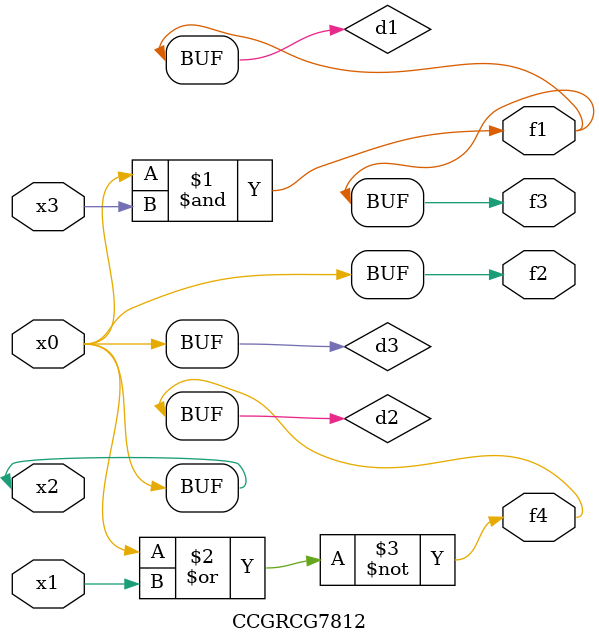
<source format=v>
module CCGRCG7812(
	input x0, x1, x2, x3,
	output f1, f2, f3, f4
);

	wire d1, d2, d3;

	and (d1, x2, x3);
	nor (d2, x0, x1);
	buf (d3, x0, x2);
	assign f1 = d1;
	assign f2 = d3;
	assign f3 = d1;
	assign f4 = d2;
endmodule

</source>
